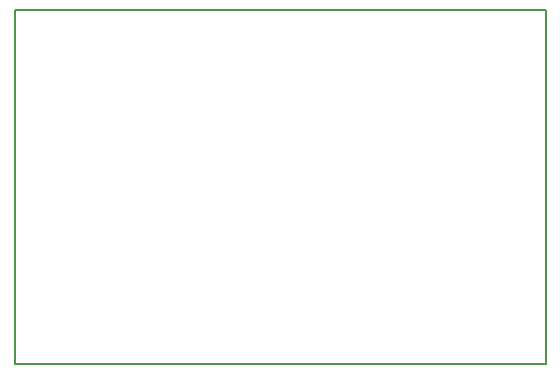
<source format=gko>
G04 Layer_Color=16711935*
%FSLAX24Y24*%
%MOIN*%
G70*
G01*
G75*
%ADD10C,0.0079*%
D10*
X36614Y26378D02*
X54331D01*
X36614D02*
Y38189D01*
X54331Y26378D02*
Y38189D01*
X36614D02*
X54331D01*
M02*

</source>
